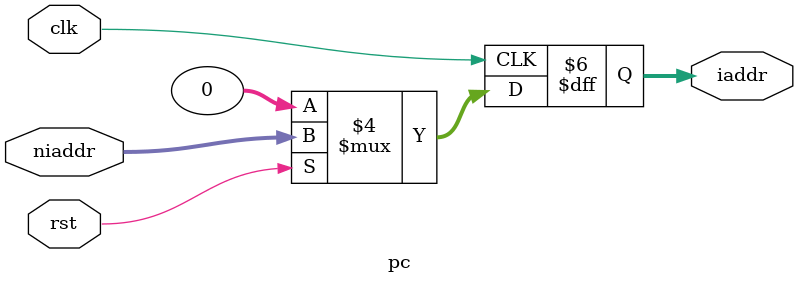
<source format=v>
module pc (clk, rst, niaddr, iaddr);
	input 		clk;
	input 		rst;
	input 	[31:0]	niaddr;// Next Instruction Address;

	output reg	[31:0]	iaddr;// Instruction Address;

	always @ ( posedge clk ) begin
		if (!rst)
			iaddr <= 32'h0000_0000;
		else
			iaddr <= niaddr;
	end
endmodule // Program Counter;

</source>
